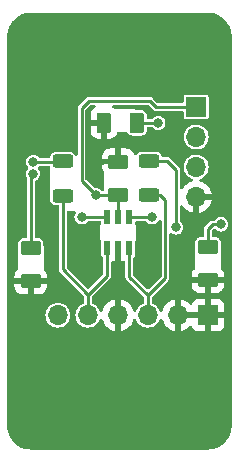
<source format=gbr>
%TF.GenerationSoftware,KiCad,Pcbnew,(6.0.0)*%
%TF.CreationDate,2022-01-16T12:51:45+01:00*%
%TF.ProjectId,HW_watchdog,48575f77-6174-4636-9864-6f672e6b6963,rev?*%
%TF.SameCoordinates,Original*%
%TF.FileFunction,Copper,L1,Top*%
%TF.FilePolarity,Positive*%
%FSLAX46Y46*%
G04 Gerber Fmt 4.6, Leading zero omitted, Abs format (unit mm)*
G04 Created by KiCad (PCBNEW (6.0.0)) date 2022-01-16 12:51:45*
%MOMM*%
%LPD*%
G01*
G04 APERTURE LIST*
G04 Aperture macros list*
%AMRoundRect*
0 Rectangle with rounded corners*
0 $1 Rounding radius*
0 $2 $3 $4 $5 $6 $7 $8 $9 X,Y pos of 4 corners*
0 Add a 4 corners polygon primitive as box body*
4,1,4,$2,$3,$4,$5,$6,$7,$8,$9,$2,$3,0*
0 Add four circle primitives for the rounded corners*
1,1,$1+$1,$2,$3*
1,1,$1+$1,$4,$5*
1,1,$1+$1,$6,$7*
1,1,$1+$1,$8,$9*
0 Add four rect primitives between the rounded corners*
20,1,$1+$1,$2,$3,$4,$5,0*
20,1,$1+$1,$4,$5,$6,$7,0*
20,1,$1+$1,$6,$7,$8,$9,0*
20,1,$1+$1,$8,$9,$2,$3,0*%
G04 Aperture macros list end*
%TA.AperFunction,SMDPad,CuDef*%
%ADD10RoundRect,0.250000X0.625000X-0.375000X0.625000X0.375000X-0.625000X0.375000X-0.625000X-0.375000X0*%
%TD*%
%TA.AperFunction,SMDPad,CuDef*%
%ADD11RoundRect,0.250000X0.625000X-0.312500X0.625000X0.312500X-0.625000X0.312500X-0.625000X-0.312500X0*%
%TD*%
%TA.AperFunction,SMDPad,CuDef*%
%ADD12R,0.558800X1.270000*%
%TD*%
%TA.AperFunction,ComponentPad*%
%ADD13R,1.700000X1.700000*%
%TD*%
%TA.AperFunction,ComponentPad*%
%ADD14O,1.700000X1.700000*%
%TD*%
%TA.AperFunction,SMDPad,CuDef*%
%ADD15RoundRect,0.250000X-0.375000X-0.625000X0.375000X-0.625000X0.375000X0.625000X-0.375000X0.625000X0*%
%TD*%
%TA.AperFunction,ViaPad*%
%ADD16C,0.800000*%
%TD*%
%TA.AperFunction,Conductor*%
%ADD17C,0.250000*%
%TD*%
G04 APERTURE END LIST*
D10*
%TO.P,D2,1,K*%
%TO.N,GND*%
X124000000Y-132737500D03*
%TO.P,D2,2,A*%
%TO.N,Net-(D2-Pad2)*%
X124000000Y-129937500D03*
%TD*%
D11*
%TO.P,R2,1*%
%TO.N,/IN1*%
X126700000Y-125500000D03*
%TO.P,R2,2*%
%TO.N,Net-(Q1-Pad1)*%
X126700000Y-122575000D03*
%TD*%
%TO.P,R3,1*%
%TO.N,/IN2*%
X134000000Y-125462500D03*
%TO.P,R3,2*%
%TO.N,Net-(Q2-Pad1)*%
X134000000Y-122537500D03*
%TD*%
D12*
%TO.P,U1,1,PB0*%
%TO.N,/IN1*%
X130460200Y-129932900D03*
%TO.P,U1,2,GND*%
%TO.N,GND*%
X131400000Y-129932900D03*
%TO.P,U1,3,PB1*%
%TO.N,/IN2*%
X132339800Y-129932900D03*
%TO.P,U1,4,PB2*%
%TO.N,/OUT1*%
X132339800Y-127342100D03*
%TO.P,U1,5,VCC*%
%TO.N,/VCC*%
X131400000Y-127342100D03*
%TO.P,U1,6,PB3*%
%TO.N,/OUT2*%
X130460200Y-127342100D03*
%TD*%
D13*
%TO.P,J1,1,Pin_1*%
%TO.N,GND*%
X139000000Y-135625000D03*
D14*
%TO.P,J1,2,Pin_2*%
X136460000Y-135625000D03*
%TO.P,J1,3,Pin_3*%
%TO.N,/IN2*%
X133920000Y-135625000D03*
%TO.P,J1,4,Pin_4*%
%TO.N,GND*%
X131380000Y-135625000D03*
%TO.P,J1,5,Pin_5*%
%TO.N,/IN1*%
X128840000Y-135625000D03*
%TO.P,J1,6,Pin_6*%
%TO.N,/VCC*%
X126300000Y-135625000D03*
%TD*%
D10*
%TO.P,D3,1,K*%
%TO.N,GND*%
X139000000Y-132637500D03*
%TO.P,D3,2,A*%
%TO.N,Net-(D3-Pad2)*%
X139000000Y-129837500D03*
%TD*%
D15*
%TO.P,D1,1,K*%
%TO.N,GND*%
X130200000Y-119337500D03*
%TO.P,D1,2,A*%
%TO.N,Net-(D1-Pad2)*%
X133000000Y-119337500D03*
%TD*%
D10*
%TO.P,C1,1*%
%TO.N,/VCC*%
X131400000Y-125437500D03*
%TO.P,C1,2*%
%TO.N,GND*%
X131400000Y-122637500D03*
%TD*%
D13*
%TO.P,J2,1,Pin_1*%
%TO.N,/VCC*%
X138000000Y-118000000D03*
D14*
%TO.P,J2,2,Pin_2*%
%TO.N,/OUT1*%
X138000000Y-120540000D03*
%TO.P,J2,3,Pin_3*%
%TO.N,/OUT2*%
X138000000Y-123080000D03*
%TO.P,J2,4,Pin_4*%
%TO.N,GND*%
X138000000Y-125620000D03*
%TD*%
D16*
%TO.N,GND*%
X128100000Y-129600000D03*
X131400000Y-133237500D03*
X134000000Y-128800000D03*
X133700000Y-121100000D03*
%TO.N,Net-(D1-Pad2)*%
X134800000Y-119337500D03*
%TO.N,Net-(D2-Pad2)*%
X124200000Y-123637500D03*
%TO.N,Net-(D3-Pad2)*%
X140100000Y-127937500D03*
%TO.N,Net-(Q1-Pad1)*%
X124200000Y-122637500D03*
%TO.N,Net-(Q2-Pad1)*%
X136300000Y-128200000D03*
%TO.N,/VCC*%
X129500000Y-125437500D03*
%TO.N,/OUT1*%
X134295400Y-127342100D03*
%TO.N,/OUT2*%
X128304600Y-127342100D03*
%TD*%
D17*
%TO.N,/VCC*%
X134600000Y-118000000D02*
X138000000Y-118000000D01*
X128900000Y-117500000D02*
X134100000Y-117500000D01*
X128300000Y-124237500D02*
X128300000Y-118100000D01*
X129500000Y-125437500D02*
X128300000Y-124237500D01*
X128300000Y-118100000D02*
X128900000Y-117500000D01*
X134100000Y-117500000D02*
X134600000Y-118000000D01*
%TO.N,Net-(D1-Pad2)*%
X134800000Y-119337500D02*
X133000000Y-119337500D01*
%TO.N,Net-(D2-Pad2)*%
X124000000Y-129937500D02*
X124000000Y-123837500D01*
X124000000Y-123837500D02*
X124200000Y-123637500D01*
%TO.N,Net-(D3-Pad2)*%
X139400000Y-127937500D02*
X140100000Y-127937500D01*
X139000000Y-129837500D02*
X139000000Y-128337500D01*
X139000000Y-128337500D02*
X139400000Y-127937500D01*
%TO.N,Net-(Q1-Pad1)*%
X126637500Y-122637500D02*
X126700000Y-122575000D01*
X124200000Y-122637500D02*
X126637500Y-122637500D01*
%TO.N,Net-(Q2-Pad1)*%
X136300000Y-123300000D02*
X135537500Y-122537500D01*
X135537500Y-122537500D02*
X134000000Y-122537500D01*
X136300000Y-128200000D02*
X136300000Y-123300000D01*
%TO.N,/VCC*%
X131400000Y-127342100D02*
X131400000Y-125437500D01*
X129500000Y-125437500D02*
X131400000Y-125437500D01*
%TO.N,/IN1*%
X126700000Y-131757500D02*
X126700000Y-125500000D01*
X128840000Y-135625000D02*
X128840000Y-133897500D01*
X130460200Y-132277300D02*
X130460200Y-129932900D01*
X128840000Y-133897500D02*
X126700000Y-131757500D01*
X128840000Y-133897500D02*
X130460200Y-132277300D01*
%TO.N,/IN2*%
X132339800Y-132377300D02*
X132339800Y-129932900D01*
X135400000Y-125900000D02*
X135400000Y-132477500D01*
X135400000Y-132477500D02*
X133920000Y-133957500D01*
X133920000Y-135625000D02*
X133920000Y-133957500D01*
X134962500Y-125462500D02*
X135400000Y-125900000D01*
X134000000Y-125462500D02*
X134962500Y-125462500D01*
X133920000Y-133957500D02*
X132339800Y-132377300D01*
%TO.N,/OUT1*%
X132339800Y-127342100D02*
X134295400Y-127342100D01*
%TO.N,/OUT2*%
X130460200Y-127342100D02*
X128304600Y-127342100D01*
%TD*%
%TA.AperFunction,Conductor*%
%TO.N,GND*%
G36*
X139004114Y-110000770D02*
G01*
X139083283Y-110005959D01*
X139084031Y-110006010D01*
X139261445Y-110018699D01*
X139277038Y-110020799D01*
X139388302Y-110042931D01*
X139390503Y-110043389D01*
X139530117Y-110073760D01*
X139543836Y-110077568D01*
X139657624Y-110116194D01*
X139661155Y-110117451D01*
X139788711Y-110165027D01*
X139800406Y-110170077D01*
X139910592Y-110224414D01*
X139915249Y-110226832D01*
X140032405Y-110290804D01*
X140042021Y-110296627D01*
X140145219Y-110365581D01*
X140150689Y-110369450D01*
X140256656Y-110448776D01*
X140264223Y-110454912D01*
X140357935Y-110537095D01*
X140363953Y-110542732D01*
X140457268Y-110636047D01*
X140462905Y-110642065D01*
X140545088Y-110735777D01*
X140551220Y-110743339D01*
X140630550Y-110849311D01*
X140634419Y-110854781D01*
X140703373Y-110957979D01*
X140709196Y-110967595D01*
X140773168Y-111084751D01*
X140775586Y-111089408D01*
X140829923Y-111199594D01*
X140834973Y-111211289D01*
X140882549Y-111338845D01*
X140883806Y-111342376D01*
X140922432Y-111456164D01*
X140926240Y-111469883D01*
X140956611Y-111609497D01*
X140957069Y-111611698D01*
X140979201Y-111722962D01*
X140981301Y-111738555D01*
X140993990Y-111915969D01*
X140994041Y-111916717D01*
X140999230Y-111995886D01*
X140999500Y-112004127D01*
X140999500Y-144995873D01*
X140999230Y-145004114D01*
X140994041Y-145083283D01*
X140993990Y-145084031D01*
X140981301Y-145261445D01*
X140979201Y-145277038D01*
X140957069Y-145388302D01*
X140956611Y-145390503D01*
X140926240Y-145530117D01*
X140922432Y-145543836D01*
X140883806Y-145657624D01*
X140882549Y-145661155D01*
X140834973Y-145788711D01*
X140829923Y-145800406D01*
X140775586Y-145910592D01*
X140773168Y-145915249D01*
X140709196Y-146032405D01*
X140703373Y-146042021D01*
X140634419Y-146145219D01*
X140630550Y-146150689D01*
X140551224Y-146256656D01*
X140545088Y-146264223D01*
X140462905Y-146357935D01*
X140457268Y-146363953D01*
X140363953Y-146457268D01*
X140357935Y-146462905D01*
X140264223Y-146545088D01*
X140256661Y-146551220D01*
X140150689Y-146630550D01*
X140145219Y-146634419D01*
X140042021Y-146703373D01*
X140032405Y-146709196D01*
X139915249Y-146773168D01*
X139910592Y-146775586D01*
X139800406Y-146829923D01*
X139788711Y-146834973D01*
X139661155Y-146882549D01*
X139657624Y-146883806D01*
X139543836Y-146922432D01*
X139530117Y-146926240D01*
X139390503Y-146956611D01*
X139388302Y-146957069D01*
X139277038Y-146979201D01*
X139261445Y-146981301D01*
X139084031Y-146993990D01*
X139083283Y-146994041D01*
X139004114Y-146999230D01*
X138995873Y-146999500D01*
X124004127Y-146999500D01*
X123995886Y-146999230D01*
X123916717Y-146994041D01*
X123915969Y-146993990D01*
X123738555Y-146981301D01*
X123722962Y-146979201D01*
X123611698Y-146957069D01*
X123609497Y-146956611D01*
X123469883Y-146926240D01*
X123456164Y-146922432D01*
X123342376Y-146883806D01*
X123338845Y-146882549D01*
X123211289Y-146834973D01*
X123199594Y-146829923D01*
X123089408Y-146775586D01*
X123084751Y-146773168D01*
X122967595Y-146709196D01*
X122957979Y-146703373D01*
X122854781Y-146634419D01*
X122849311Y-146630550D01*
X122743339Y-146551220D01*
X122735777Y-146545088D01*
X122642065Y-146462905D01*
X122636047Y-146457268D01*
X122542732Y-146363953D01*
X122537095Y-146357935D01*
X122454912Y-146264223D01*
X122448776Y-146256656D01*
X122369450Y-146150689D01*
X122365581Y-146145219D01*
X122296627Y-146042021D01*
X122290804Y-146032405D01*
X122226832Y-145915249D01*
X122224414Y-145910592D01*
X122170077Y-145800406D01*
X122165027Y-145788711D01*
X122117451Y-145661155D01*
X122116194Y-145657624D01*
X122077568Y-145543836D01*
X122073760Y-145530117D01*
X122043389Y-145390503D01*
X122042931Y-145388302D01*
X122020799Y-145277038D01*
X122018699Y-145261445D01*
X122006010Y-145084031D01*
X122005959Y-145083283D01*
X122000770Y-145004114D01*
X122000500Y-144995873D01*
X122000500Y-135610262D01*
X125244520Y-135610262D01*
X125261759Y-135815553D01*
X125263458Y-135821478D01*
X125309395Y-135981678D01*
X125318544Y-136013586D01*
X125321359Y-136019063D01*
X125321360Y-136019066D01*
X125409897Y-136191341D01*
X125412712Y-136196818D01*
X125540677Y-136358270D01*
X125545370Y-136362264D01*
X125545371Y-136362265D01*
X125619541Y-136425388D01*
X125697564Y-136491791D01*
X125702942Y-136494797D01*
X125702944Y-136494798D01*
X125733387Y-136511812D01*
X125877398Y-136592297D01*
X125972238Y-136623113D01*
X126067471Y-136654056D01*
X126067475Y-136654057D01*
X126073329Y-136655959D01*
X126277894Y-136680351D01*
X126284029Y-136679879D01*
X126284031Y-136679879D01*
X126340039Y-136675569D01*
X126483300Y-136664546D01*
X126489230Y-136662890D01*
X126489232Y-136662890D01*
X126675797Y-136610800D01*
X126675796Y-136610800D01*
X126681725Y-136609145D01*
X126687214Y-136606372D01*
X126687220Y-136606370D01*
X126860116Y-136519033D01*
X126865610Y-136516258D01*
X126881345Y-136503965D01*
X127023101Y-136393213D01*
X127027951Y-136389424D01*
X127085992Y-136322183D01*
X127158540Y-136238134D01*
X127158540Y-136238133D01*
X127162564Y-136233472D01*
X127183387Y-136196818D01*
X127201056Y-136165714D01*
X127264323Y-136054344D01*
X127329351Y-135858863D01*
X127355171Y-135654474D01*
X127355583Y-135625000D01*
X127335480Y-135419970D01*
X127275935Y-135222749D01*
X127179218Y-135040849D01*
X127103206Y-134947649D01*
X127052906Y-134885975D01*
X127052903Y-134885972D01*
X127049011Y-134881200D01*
X127031786Y-134866950D01*
X126895025Y-134753811D01*
X126895021Y-134753809D01*
X126890275Y-134749882D01*
X126709055Y-134651897D01*
X126512254Y-134590977D01*
X126506129Y-134590333D01*
X126506128Y-134590333D01*
X126313498Y-134570087D01*
X126313496Y-134570087D01*
X126307369Y-134569443D01*
X126220529Y-134577346D01*
X126108342Y-134587555D01*
X126108339Y-134587556D01*
X126102203Y-134588114D01*
X125904572Y-134646280D01*
X125722002Y-134741726D01*
X125717201Y-134745586D01*
X125717198Y-134745588D01*
X125684688Y-134771727D01*
X125561447Y-134870815D01*
X125429024Y-135028630D01*
X125426056Y-135034028D01*
X125426053Y-135034033D01*
X125419315Y-135046290D01*
X125329776Y-135209162D01*
X125267484Y-135405532D01*
X125266798Y-135411649D01*
X125266797Y-135411653D01*
X125245207Y-135604137D01*
X125244520Y-135610262D01*
X122000500Y-135610262D01*
X122000500Y-133159595D01*
X122617001Y-133159595D01*
X122617338Y-133166114D01*
X122627257Y-133261706D01*
X122630149Y-133275100D01*
X122681588Y-133429284D01*
X122687761Y-133442462D01*
X122773063Y-133580307D01*
X122782099Y-133591708D01*
X122896829Y-133706239D01*
X122908240Y-133715251D01*
X123046243Y-133800316D01*
X123059424Y-133806463D01*
X123213710Y-133857638D01*
X123227086Y-133860505D01*
X123321438Y-133870172D01*
X123327854Y-133870500D01*
X123727885Y-133870500D01*
X123743124Y-133866025D01*
X123744329Y-133864635D01*
X123746000Y-133856952D01*
X123746000Y-133852384D01*
X124254000Y-133852384D01*
X124258475Y-133867623D01*
X124259865Y-133868828D01*
X124267548Y-133870499D01*
X124672095Y-133870499D01*
X124678614Y-133870162D01*
X124774206Y-133860243D01*
X124787600Y-133857351D01*
X124941784Y-133805912D01*
X124954962Y-133799739D01*
X125092807Y-133714437D01*
X125104208Y-133705401D01*
X125218739Y-133590671D01*
X125227751Y-133579260D01*
X125312816Y-133441257D01*
X125318963Y-133428076D01*
X125370138Y-133273790D01*
X125373005Y-133260414D01*
X125382672Y-133166062D01*
X125383000Y-133159646D01*
X125383000Y-133009615D01*
X125378525Y-132994376D01*
X125377135Y-132993171D01*
X125369452Y-132991500D01*
X124272115Y-132991500D01*
X124256876Y-132995975D01*
X124255671Y-132997365D01*
X124254000Y-133005048D01*
X124254000Y-133852384D01*
X123746000Y-133852384D01*
X123746000Y-133009615D01*
X123741525Y-132994376D01*
X123740135Y-132993171D01*
X123732452Y-132991500D01*
X122635116Y-132991500D01*
X122619877Y-132995975D01*
X122618672Y-132997365D01*
X122617001Y-133005048D01*
X122617001Y-133159595D01*
X122000500Y-133159595D01*
X122000500Y-132465385D01*
X122617000Y-132465385D01*
X122621475Y-132480624D01*
X122622865Y-132481829D01*
X122630548Y-132483500D01*
X125364884Y-132483500D01*
X125380123Y-132479025D01*
X125381328Y-132477635D01*
X125382999Y-132469952D01*
X125382999Y-132315405D01*
X125382662Y-132308886D01*
X125372743Y-132213294D01*
X125369851Y-132199900D01*
X125318412Y-132045716D01*
X125312239Y-132032538D01*
X125226937Y-131894693D01*
X125217901Y-131883292D01*
X125136982Y-131802514D01*
X125102903Y-131740232D01*
X125100000Y-131713341D01*
X125100000Y-129800000D01*
X125094681Y-129800000D01*
X125086777Y-129773082D01*
X125080602Y-129763472D01*
X125075500Y-129727981D01*
X125075500Y-129508666D01*
X125072519Y-129477131D01*
X125027634Y-129349316D01*
X125022042Y-129341746D01*
X125022041Y-129341743D01*
X124952742Y-129247921D01*
X124947150Y-129240350D01*
X124930206Y-129227835D01*
X124845757Y-129165459D01*
X124845754Y-129165458D01*
X124838184Y-129159866D01*
X124710369Y-129114981D01*
X124702723Y-129114258D01*
X124702722Y-129114258D01*
X124696752Y-129113694D01*
X124678834Y-129112000D01*
X124451500Y-129112000D01*
X124383379Y-129091998D01*
X124336886Y-129038342D01*
X124325500Y-128986000D01*
X124325500Y-124319684D01*
X124345502Y-124251563D01*
X124403282Y-124203275D01*
X124435548Y-124189910D01*
X124502841Y-124162036D01*
X124628282Y-124065782D01*
X124724536Y-123940341D01*
X124785044Y-123794262D01*
X124805682Y-123637500D01*
X124788810Y-123509344D01*
X124786122Y-123488926D01*
X124785044Y-123480738D01*
X124724536Y-123334659D01*
X124632108Y-123214204D01*
X124606508Y-123147983D01*
X124620773Y-123078435D01*
X124632108Y-123060797D01*
X124669323Y-123012297D01*
X124726661Y-122970429D01*
X124769286Y-122963000D01*
X125474000Y-122963000D01*
X125542121Y-122983002D01*
X125588614Y-123036658D01*
X125600000Y-123089000D01*
X125600000Y-125900000D01*
X125607793Y-125900000D01*
X125611882Y-125903543D01*
X125648251Y-125957018D01*
X125669242Y-126016792D01*
X125669246Y-126016800D01*
X125672366Y-126025684D01*
X125752850Y-126134650D01*
X125760421Y-126140242D01*
X125854243Y-126209541D01*
X125854246Y-126209542D01*
X125861816Y-126215134D01*
X125989631Y-126260019D01*
X125997277Y-126260742D01*
X125997278Y-126260742D01*
X126003248Y-126261306D01*
X126021166Y-126263000D01*
X126248500Y-126263000D01*
X126316621Y-126283002D01*
X126363114Y-126336658D01*
X126374500Y-126389000D01*
X126374500Y-131737790D01*
X126374020Y-131748772D01*
X126370736Y-131786307D01*
X126375015Y-131802275D01*
X126380491Y-131822710D01*
X126382870Y-131833442D01*
X126389412Y-131870545D01*
X126394923Y-131880090D01*
X126396115Y-131883366D01*
X126397592Y-131886534D01*
X126400446Y-131897184D01*
X126406770Y-131906215D01*
X126422055Y-131928044D01*
X126427961Y-131937315D01*
X126433509Y-131946924D01*
X126446806Y-131969955D01*
X126455251Y-131977041D01*
X126475682Y-131994185D01*
X126483785Y-132001611D01*
X128477595Y-133995421D01*
X128511621Y-134057733D01*
X128514500Y-134084516D01*
X128514500Y-134533688D01*
X128494498Y-134601809D01*
X128443436Y-134644107D01*
X128444572Y-134646280D01*
X128262002Y-134741726D01*
X128257201Y-134745586D01*
X128257198Y-134745588D01*
X128224688Y-134771727D01*
X128101447Y-134870815D01*
X127969024Y-135028630D01*
X127966056Y-135034028D01*
X127966053Y-135034033D01*
X127959315Y-135046290D01*
X127869776Y-135209162D01*
X127807484Y-135405532D01*
X127806798Y-135411649D01*
X127806797Y-135411653D01*
X127785207Y-135604137D01*
X127784520Y-135610262D01*
X127801759Y-135815553D01*
X127803458Y-135821478D01*
X127849395Y-135981678D01*
X127858544Y-136013586D01*
X127861359Y-136019063D01*
X127861360Y-136019066D01*
X127949897Y-136191341D01*
X127952712Y-136196818D01*
X128080677Y-136358270D01*
X128085370Y-136362264D01*
X128085371Y-136362265D01*
X128159541Y-136425388D01*
X128237564Y-136491791D01*
X128242942Y-136494797D01*
X128242944Y-136494798D01*
X128273387Y-136511812D01*
X128417398Y-136592297D01*
X128512238Y-136623113D01*
X128607471Y-136654056D01*
X128607475Y-136654057D01*
X128613329Y-136655959D01*
X128817894Y-136680351D01*
X128824029Y-136679879D01*
X128824031Y-136679879D01*
X128880039Y-136675569D01*
X129023300Y-136664546D01*
X129029230Y-136662890D01*
X129029232Y-136662890D01*
X129215797Y-136610800D01*
X129215796Y-136610800D01*
X129221725Y-136609145D01*
X129227214Y-136606372D01*
X129227220Y-136606370D01*
X129400116Y-136519033D01*
X129405610Y-136516258D01*
X129421345Y-136503965D01*
X129563101Y-136393213D01*
X129567951Y-136389424D01*
X129625992Y-136322183D01*
X129698540Y-136238134D01*
X129698540Y-136238133D01*
X129702564Y-136233472D01*
X129723387Y-136196818D01*
X129741056Y-136165714D01*
X129804323Y-136054344D01*
X129813271Y-136027444D01*
X129828496Y-135981678D01*
X129868978Y-135923354D01*
X129934566Y-135896175D01*
X130004437Y-135908770D01*
X130056406Y-135957141D01*
X130070971Y-135993751D01*
X130078564Y-136027444D01*
X130081645Y-136037275D01*
X130161770Y-136234603D01*
X130166413Y-136243794D01*
X130277694Y-136425388D01*
X130283777Y-136433699D01*
X130423213Y-136594667D01*
X130430580Y-136601883D01*
X130594434Y-136737916D01*
X130602881Y-136743831D01*
X130786756Y-136851279D01*
X130796042Y-136855729D01*
X130995001Y-136931703D01*
X131004899Y-136934579D01*
X131108250Y-136955606D01*
X131122299Y-136954410D01*
X131126000Y-136944065D01*
X131126000Y-134308102D01*
X131122082Y-134294758D01*
X131107806Y-134292771D01*
X131069324Y-134298660D01*
X131059288Y-134301051D01*
X130856868Y-134367212D01*
X130847359Y-134371209D01*
X130658463Y-134469542D01*
X130649738Y-134475036D01*
X130479433Y-134602905D01*
X130471726Y-134609748D01*
X130324590Y-134763717D01*
X130318104Y-134771727D01*
X130198098Y-134947649D01*
X130193000Y-134956623D01*
X130103338Y-135149783D01*
X130099775Y-135159470D01*
X130071012Y-135263185D01*
X130033533Y-135323483D01*
X129969405Y-135353946D01*
X129898986Y-135344903D01*
X129844636Y-135299224D01*
X129828973Y-135265933D01*
X129828143Y-135263185D01*
X129815935Y-135222749D01*
X129719218Y-135040849D01*
X129643206Y-134947649D01*
X129592906Y-134885975D01*
X129592903Y-134885972D01*
X129589011Y-134881200D01*
X129571786Y-134866950D01*
X129435025Y-134753811D01*
X129435021Y-134753809D01*
X129430275Y-134749882D01*
X129249055Y-134651897D01*
X129243167Y-134650074D01*
X129242676Y-134649868D01*
X129187628Y-134605033D01*
X129165500Y-134533712D01*
X129165500Y-134084516D01*
X129185502Y-134016395D01*
X129202405Y-133995421D01*
X130676415Y-132521411D01*
X130684519Y-132513984D01*
X130704949Y-132496841D01*
X130713394Y-132489755D01*
X130724827Y-132469952D01*
X130732239Y-132457115D01*
X130738145Y-132447844D01*
X130753430Y-132426015D01*
X130759754Y-132416984D01*
X130762608Y-132406334D01*
X130764085Y-132403166D01*
X130765277Y-132399890D01*
X130770788Y-132390345D01*
X130777330Y-132353242D01*
X130779709Y-132342510D01*
X130789464Y-132306107D01*
X130788098Y-132290484D01*
X130786179Y-132268557D01*
X130785700Y-132257576D01*
X130785700Y-131166717D01*
X130805702Y-131098596D01*
X130859358Y-131052103D01*
X130929632Y-131041999D01*
X130955929Y-131048735D01*
X131002991Y-131066378D01*
X131018249Y-131070005D01*
X131069114Y-131075531D01*
X131075928Y-131075900D01*
X131127885Y-131075900D01*
X131143124Y-131071425D01*
X131144329Y-131070035D01*
X131146000Y-131062352D01*
X131146000Y-129804900D01*
X131166002Y-129736779D01*
X131219658Y-129690286D01*
X131272000Y-129678900D01*
X131528000Y-129678900D01*
X131596121Y-129698902D01*
X131642614Y-129752558D01*
X131654000Y-129804900D01*
X131654000Y-131057784D01*
X131658475Y-131073023D01*
X131659865Y-131074228D01*
X131667548Y-131075899D01*
X131724069Y-131075899D01*
X131730890Y-131075529D01*
X131781752Y-131070005D01*
X131797007Y-131066378D01*
X131844071Y-131048735D01*
X131914878Y-131043552D01*
X131977247Y-131077473D01*
X132011376Y-131139729D01*
X132014300Y-131166717D01*
X132014300Y-132357590D01*
X132013820Y-132368572D01*
X132012766Y-132380624D01*
X132010536Y-132406107D01*
X132013390Y-132416756D01*
X132020291Y-132442510D01*
X132022670Y-132453242D01*
X132029212Y-132490345D01*
X132034723Y-132499890D01*
X132035915Y-132503166D01*
X132037392Y-132506334D01*
X132040246Y-132516984D01*
X132046570Y-132526015D01*
X132061855Y-132547844D01*
X132067761Y-132557115D01*
X132080796Y-132579691D01*
X132086606Y-132589755D01*
X132095051Y-132596841D01*
X132115482Y-132613985D01*
X132123585Y-132621411D01*
X133557595Y-134055422D01*
X133591621Y-134117734D01*
X133594500Y-134144517D01*
X133594500Y-134533688D01*
X133574498Y-134601809D01*
X133523436Y-134644107D01*
X133524572Y-134646280D01*
X133342002Y-134741726D01*
X133337201Y-134745586D01*
X133337198Y-134745588D01*
X133304688Y-134771727D01*
X133181447Y-134870815D01*
X133049024Y-135028630D01*
X133046056Y-135034028D01*
X133046053Y-135034033D01*
X133039315Y-135046290D01*
X132949776Y-135209162D01*
X132947914Y-135215032D01*
X132931068Y-135268138D01*
X132891405Y-135327022D01*
X132826202Y-135355114D01*
X132756163Y-135343497D01*
X132703523Y-135295857D01*
X132688762Y-135260735D01*
X132671214Y-135190875D01*
X132667894Y-135181124D01*
X132582972Y-134985814D01*
X132578105Y-134976739D01*
X132462426Y-134797926D01*
X132456136Y-134789757D01*
X132312806Y-134632240D01*
X132305273Y-134625215D01*
X132138139Y-134493222D01*
X132129552Y-134487517D01*
X131943117Y-134384599D01*
X131933705Y-134380369D01*
X131732959Y-134309280D01*
X131722988Y-134306646D01*
X131651837Y-134293972D01*
X131638540Y-134295432D01*
X131634000Y-134309989D01*
X131634000Y-136943517D01*
X131638064Y-136957359D01*
X131651478Y-136959393D01*
X131658184Y-136958534D01*
X131668262Y-136956392D01*
X131872255Y-136895191D01*
X131881842Y-136891433D01*
X132073095Y-136797739D01*
X132081945Y-136792464D01*
X132255328Y-136668792D01*
X132263200Y-136662139D01*
X132414052Y-136511812D01*
X132420730Y-136503965D01*
X132545003Y-136331020D01*
X132550313Y-136322183D01*
X132644670Y-136131267D01*
X132648469Y-136121672D01*
X132689593Y-135986319D01*
X132728534Y-135926955D01*
X132793388Y-135898068D01*
X132863564Y-135908830D01*
X132916782Y-135955823D01*
X132931270Y-135988217D01*
X132938544Y-136013586D01*
X132941359Y-136019063D01*
X132941360Y-136019066D01*
X133029897Y-136191341D01*
X133032712Y-136196818D01*
X133160677Y-136358270D01*
X133165370Y-136362264D01*
X133165371Y-136362265D01*
X133239541Y-136425388D01*
X133317564Y-136491791D01*
X133322942Y-136494797D01*
X133322944Y-136494798D01*
X133353387Y-136511812D01*
X133497398Y-136592297D01*
X133592238Y-136623113D01*
X133687471Y-136654056D01*
X133687475Y-136654057D01*
X133693329Y-136655959D01*
X133897894Y-136680351D01*
X133904029Y-136679879D01*
X133904031Y-136679879D01*
X133960039Y-136675569D01*
X134103300Y-136664546D01*
X134109230Y-136662890D01*
X134109232Y-136662890D01*
X134295797Y-136610800D01*
X134295796Y-136610800D01*
X134301725Y-136609145D01*
X134307214Y-136606372D01*
X134307220Y-136606370D01*
X134480116Y-136519033D01*
X134485610Y-136516258D01*
X134501345Y-136503965D01*
X134643101Y-136393213D01*
X134647951Y-136389424D01*
X134705992Y-136322183D01*
X134778540Y-136238134D01*
X134778540Y-136238133D01*
X134782564Y-136233472D01*
X134803387Y-136196818D01*
X134821056Y-136165714D01*
X134884323Y-136054344D01*
X134893271Y-136027444D01*
X134908496Y-135981678D01*
X134948978Y-135923354D01*
X135014566Y-135896175D01*
X135084437Y-135908770D01*
X135136406Y-135957141D01*
X135150971Y-135993751D01*
X135158564Y-136027444D01*
X135161645Y-136037275D01*
X135241770Y-136234603D01*
X135246413Y-136243794D01*
X135357694Y-136425388D01*
X135363777Y-136433699D01*
X135503213Y-136594667D01*
X135510580Y-136601883D01*
X135674434Y-136737916D01*
X135682881Y-136743831D01*
X135866756Y-136851279D01*
X135876042Y-136855729D01*
X136075001Y-136931703D01*
X136084899Y-136934579D01*
X136188250Y-136955606D01*
X136202299Y-136954410D01*
X136206000Y-136944065D01*
X136206000Y-136943517D01*
X136714000Y-136943517D01*
X136718064Y-136957359D01*
X136731478Y-136959393D01*
X136738184Y-136958534D01*
X136748262Y-136956392D01*
X136952255Y-136895191D01*
X136961842Y-136891433D01*
X137153095Y-136797739D01*
X137161945Y-136792464D01*
X137335328Y-136668792D01*
X137343200Y-136662139D01*
X137448286Y-136557418D01*
X137510657Y-136523501D01*
X137581464Y-136528689D01*
X137638226Y-136571335D01*
X137655208Y-136602439D01*
X137696675Y-136713052D01*
X137705214Y-136728649D01*
X137781715Y-136830724D01*
X137794276Y-136843285D01*
X137896351Y-136919786D01*
X137911946Y-136928324D01*
X138032394Y-136973478D01*
X138047649Y-136977105D01*
X138098514Y-136982631D01*
X138105328Y-136983000D01*
X138727885Y-136983000D01*
X138743124Y-136978525D01*
X138744329Y-136977135D01*
X138746000Y-136969452D01*
X138746000Y-136964884D01*
X139254000Y-136964884D01*
X139258475Y-136980123D01*
X139259865Y-136981328D01*
X139267548Y-136982999D01*
X139894669Y-136982999D01*
X139901490Y-136982629D01*
X139952352Y-136977105D01*
X139967604Y-136973479D01*
X140088054Y-136928324D01*
X140103649Y-136919786D01*
X140205724Y-136843285D01*
X140218285Y-136830724D01*
X140294786Y-136728649D01*
X140303324Y-136713054D01*
X140348478Y-136592606D01*
X140352105Y-136577351D01*
X140357631Y-136526486D01*
X140358000Y-136519672D01*
X140358000Y-135897115D01*
X140353525Y-135881876D01*
X140352135Y-135880671D01*
X140344452Y-135879000D01*
X139272115Y-135879000D01*
X139256876Y-135883475D01*
X139255671Y-135884865D01*
X139254000Y-135892548D01*
X139254000Y-136964884D01*
X138746000Y-136964884D01*
X138746000Y-135897115D01*
X138741525Y-135881876D01*
X138740135Y-135880671D01*
X138732452Y-135879000D01*
X136732115Y-135879000D01*
X136716876Y-135883475D01*
X136715671Y-135884865D01*
X136714000Y-135892548D01*
X136714000Y-136943517D01*
X136206000Y-136943517D01*
X136206000Y-135352885D01*
X136714000Y-135352885D01*
X136718475Y-135368124D01*
X136719865Y-135369329D01*
X136727548Y-135371000D01*
X138727885Y-135371000D01*
X138743124Y-135366525D01*
X138744329Y-135365135D01*
X138746000Y-135357452D01*
X138746000Y-135352885D01*
X139254000Y-135352885D01*
X139258475Y-135368124D01*
X139259865Y-135369329D01*
X139267548Y-135371000D01*
X140339884Y-135371000D01*
X140355123Y-135366525D01*
X140356328Y-135365135D01*
X140357999Y-135357452D01*
X140357999Y-134730331D01*
X140357629Y-134723510D01*
X140352105Y-134672648D01*
X140348479Y-134657396D01*
X140303324Y-134536946D01*
X140294786Y-134521351D01*
X140218285Y-134419276D01*
X140205724Y-134406715D01*
X140103649Y-134330214D01*
X140088054Y-134321676D01*
X139967606Y-134276522D01*
X139952351Y-134272895D01*
X139901486Y-134267369D01*
X139894672Y-134267000D01*
X139272115Y-134267000D01*
X139256876Y-134271475D01*
X139255671Y-134272865D01*
X139254000Y-134280548D01*
X139254000Y-135352885D01*
X138746000Y-135352885D01*
X138746000Y-134285116D01*
X138741525Y-134269877D01*
X138740135Y-134268672D01*
X138732452Y-134267001D01*
X138105331Y-134267001D01*
X138098510Y-134267371D01*
X138047648Y-134272895D01*
X138032396Y-134276521D01*
X137911946Y-134321676D01*
X137896351Y-134330214D01*
X137794276Y-134406715D01*
X137781715Y-134419276D01*
X137705214Y-134521351D01*
X137696676Y-134536946D01*
X137655100Y-134647849D01*
X137612458Y-134704613D01*
X137545897Y-134729313D01*
X137476548Y-134714105D01*
X137443925Y-134688419D01*
X137392806Y-134632240D01*
X137385273Y-134625215D01*
X137218139Y-134493222D01*
X137209552Y-134487517D01*
X137023117Y-134384599D01*
X137013705Y-134380369D01*
X136812959Y-134309280D01*
X136802988Y-134306646D01*
X136731837Y-134293972D01*
X136718540Y-134295432D01*
X136714000Y-134309989D01*
X136714000Y-135352885D01*
X136206000Y-135352885D01*
X136206000Y-134308102D01*
X136202082Y-134294758D01*
X136187806Y-134292771D01*
X136149324Y-134298660D01*
X136139288Y-134301051D01*
X135936868Y-134367212D01*
X135927359Y-134371209D01*
X135738463Y-134469542D01*
X135729738Y-134475036D01*
X135559433Y-134602905D01*
X135551726Y-134609748D01*
X135404590Y-134763717D01*
X135398104Y-134771727D01*
X135278098Y-134947649D01*
X135273000Y-134956623D01*
X135183338Y-135149783D01*
X135179775Y-135159470D01*
X135151012Y-135263185D01*
X135113533Y-135323483D01*
X135049405Y-135353946D01*
X134978986Y-135344903D01*
X134924636Y-135299224D01*
X134908973Y-135265933D01*
X134908143Y-135263185D01*
X134895935Y-135222749D01*
X134799218Y-135040849D01*
X134723206Y-134947649D01*
X134672906Y-134885975D01*
X134672903Y-134885972D01*
X134669011Y-134881200D01*
X134651786Y-134866950D01*
X134515025Y-134753811D01*
X134515021Y-134753809D01*
X134510275Y-134749882D01*
X134329055Y-134651897D01*
X134323167Y-134650074D01*
X134322676Y-134649868D01*
X134267628Y-134605033D01*
X134245500Y-134533712D01*
X134245500Y-134144516D01*
X134265502Y-134076395D01*
X134282405Y-134055421D01*
X135278231Y-133059595D01*
X137617001Y-133059595D01*
X137617338Y-133066114D01*
X137627257Y-133161706D01*
X137630149Y-133175100D01*
X137681588Y-133329284D01*
X137687761Y-133342462D01*
X137773063Y-133480307D01*
X137782099Y-133491708D01*
X137896829Y-133606239D01*
X137908240Y-133615251D01*
X138046243Y-133700316D01*
X138059424Y-133706463D01*
X138213710Y-133757638D01*
X138227086Y-133760505D01*
X138321438Y-133770172D01*
X138327854Y-133770500D01*
X138727885Y-133770500D01*
X138743124Y-133766025D01*
X138744329Y-133764635D01*
X138746000Y-133756952D01*
X138746000Y-133752384D01*
X139254000Y-133752384D01*
X139258475Y-133767623D01*
X139259865Y-133768828D01*
X139267548Y-133770499D01*
X139672095Y-133770499D01*
X139678614Y-133770162D01*
X139774206Y-133760243D01*
X139787600Y-133757351D01*
X139941784Y-133705912D01*
X139954962Y-133699739D01*
X140092807Y-133614437D01*
X140104208Y-133605401D01*
X140218739Y-133490671D01*
X140227751Y-133479260D01*
X140312816Y-133341257D01*
X140318963Y-133328076D01*
X140370138Y-133173790D01*
X140373005Y-133160414D01*
X140382672Y-133066062D01*
X140383000Y-133059646D01*
X140383000Y-132909615D01*
X140378525Y-132894376D01*
X140377135Y-132893171D01*
X140369452Y-132891500D01*
X139272115Y-132891500D01*
X139256876Y-132895975D01*
X139255671Y-132897365D01*
X139254000Y-132905048D01*
X139254000Y-133752384D01*
X138746000Y-133752384D01*
X138746000Y-132909615D01*
X138741525Y-132894376D01*
X138740135Y-132893171D01*
X138732452Y-132891500D01*
X137635116Y-132891500D01*
X137619877Y-132895975D01*
X137618672Y-132897365D01*
X137617001Y-132905048D01*
X137617001Y-133059595D01*
X135278231Y-133059595D01*
X135616215Y-132721611D01*
X135624319Y-132714184D01*
X135644749Y-132697041D01*
X135653194Y-132689955D01*
X135658707Y-132680406D01*
X135672039Y-132657315D01*
X135677945Y-132648044D01*
X135693230Y-132626215D01*
X135699554Y-132617184D01*
X135702408Y-132606534D01*
X135703885Y-132603366D01*
X135705077Y-132600090D01*
X135710588Y-132590545D01*
X135717130Y-132553442D01*
X135719509Y-132542710D01*
X135723983Y-132526015D01*
X135729264Y-132506307D01*
X135727868Y-132490345D01*
X135725980Y-132468772D01*
X135725500Y-132457790D01*
X135725500Y-132365385D01*
X137617000Y-132365385D01*
X137621475Y-132380624D01*
X137622865Y-132381829D01*
X137630548Y-132383500D01*
X140364884Y-132383500D01*
X140380123Y-132379025D01*
X140381328Y-132377635D01*
X140382999Y-132369952D01*
X140382999Y-132215405D01*
X140382662Y-132208886D01*
X140372743Y-132113294D01*
X140369851Y-132099900D01*
X140318412Y-131945716D01*
X140312239Y-131932538D01*
X140226937Y-131794693D01*
X140217901Y-131783292D01*
X140136982Y-131702514D01*
X140102903Y-131640232D01*
X140100000Y-131613341D01*
X140100000Y-130000000D01*
X140094681Y-130000000D01*
X140086777Y-129973082D01*
X140080602Y-129963472D01*
X140075500Y-129927981D01*
X140075500Y-129408666D01*
X140072519Y-129377131D01*
X140027634Y-129249316D01*
X140022042Y-129241746D01*
X140022041Y-129241743D01*
X139952742Y-129147921D01*
X139947150Y-129140350D01*
X139912803Y-129114981D01*
X139845757Y-129065459D01*
X139845754Y-129065458D01*
X139838184Y-129059866D01*
X139710369Y-129014981D01*
X139702723Y-129014258D01*
X139702722Y-129014258D01*
X139696752Y-129013694D01*
X139678834Y-129012000D01*
X139451500Y-129012000D01*
X139383379Y-128991998D01*
X139336886Y-128938342D01*
X139325500Y-128886000D01*
X139325500Y-128524517D01*
X139345502Y-128456396D01*
X139362405Y-128435422D01*
X139466064Y-128331763D01*
X139528376Y-128297737D01*
X139599191Y-128302802D01*
X139655121Y-128344153D01*
X139666694Y-128359235D01*
X139671718Y-128365782D01*
X139797159Y-128462036D01*
X139943238Y-128522544D01*
X139951426Y-128523622D01*
X140021619Y-128532863D01*
X140100000Y-128543182D01*
X140108188Y-128542104D01*
X140248574Y-128523622D01*
X140256762Y-128522544D01*
X140402841Y-128462036D01*
X140528282Y-128365782D01*
X140544879Y-128344153D01*
X140607149Y-128263000D01*
X140624536Y-128240341D01*
X140685044Y-128094262D01*
X140705682Y-127937500D01*
X140685044Y-127780738D01*
X140624536Y-127634659D01*
X140528282Y-127509218D01*
X140402841Y-127412964D01*
X140256762Y-127352456D01*
X140240295Y-127350288D01*
X140178100Y-127342100D01*
X140100000Y-127331818D01*
X140021900Y-127342100D01*
X139959706Y-127350288D01*
X139943238Y-127352456D01*
X139797159Y-127412964D01*
X139671718Y-127509218D01*
X139666695Y-127515764D01*
X139630677Y-127562704D01*
X139573339Y-127604571D01*
X139530714Y-127612000D01*
X139419698Y-127612000D01*
X139408716Y-127611520D01*
X139382180Y-127609198D01*
X139382178Y-127609198D01*
X139371193Y-127608237D01*
X139360543Y-127611091D01*
X139360541Y-127611091D01*
X139334804Y-127617988D01*
X139324069Y-127620368D01*
X139316508Y-127621701D01*
X139286955Y-127626912D01*
X139277407Y-127632424D01*
X139274130Y-127633617D01*
X139270962Y-127635094D01*
X139260316Y-127637947D01*
X139251287Y-127644269D01*
X139229453Y-127659557D01*
X139220185Y-127665461D01*
X139187545Y-127684306D01*
X139180462Y-127692747D01*
X139180461Y-127692748D01*
X139163325Y-127713170D01*
X139155900Y-127721273D01*
X138783778Y-128093396D01*
X138775674Y-128100822D01*
X138746806Y-128125045D01*
X138741293Y-128134594D01*
X138727961Y-128157685D01*
X138722055Y-128166956D01*
X138700446Y-128197816D01*
X138697592Y-128208466D01*
X138696115Y-128211634D01*
X138694923Y-128214910D01*
X138689412Y-128224455D01*
X138685456Y-128246892D01*
X138682870Y-128261558D01*
X138680492Y-128272285D01*
X138670736Y-128308693D01*
X138671697Y-128319678D01*
X138671697Y-128319680D01*
X138674020Y-128346228D01*
X138674500Y-128357210D01*
X138674500Y-128886000D01*
X138654498Y-128954121D01*
X138600842Y-129000614D01*
X138548500Y-129012000D01*
X138321166Y-129012000D01*
X138303248Y-129013694D01*
X138297278Y-129014258D01*
X138297277Y-129014258D01*
X138289631Y-129014981D01*
X138161816Y-129059866D01*
X138154246Y-129065458D01*
X138154243Y-129065459D01*
X138087197Y-129114981D01*
X138052850Y-129140350D01*
X138047258Y-129147921D01*
X137977959Y-129241743D01*
X137977958Y-129241746D01*
X137972366Y-129249316D01*
X137927481Y-129377131D01*
X137924500Y-129408666D01*
X137924500Y-129932524D01*
X137904687Y-130000000D01*
X137900000Y-130000000D01*
X137900000Y-131613257D01*
X137879998Y-131681378D01*
X137863173Y-131702275D01*
X137781261Y-131784329D01*
X137772249Y-131795740D01*
X137687184Y-131933743D01*
X137681037Y-131946924D01*
X137629862Y-132101210D01*
X137626995Y-132114586D01*
X137617328Y-132208938D01*
X137617000Y-132215355D01*
X137617000Y-132365385D01*
X135725500Y-132365385D01*
X135725500Y-128771588D01*
X135745502Y-128703467D01*
X135799158Y-128656974D01*
X135869432Y-128646870D01*
X135928204Y-128671625D01*
X135997159Y-128724536D01*
X136143238Y-128785044D01*
X136300000Y-128805682D01*
X136308188Y-128804604D01*
X136448574Y-128786122D01*
X136456762Y-128785044D01*
X136602841Y-128724536D01*
X136728282Y-128628282D01*
X136824536Y-128502841D01*
X136885044Y-128356762D01*
X136905682Y-128200000D01*
X136885044Y-128043238D01*
X136824536Y-127897159D01*
X136728282Y-127771718D01*
X136674796Y-127730677D01*
X136632929Y-127673339D01*
X136625500Y-127630714D01*
X136625500Y-126422971D01*
X136645502Y-126354850D01*
X136699158Y-126308357D01*
X136769432Y-126298253D01*
X136834012Y-126327747D01*
X136858933Y-126357136D01*
X136897694Y-126420388D01*
X136903777Y-126428699D01*
X137043213Y-126589667D01*
X137050580Y-126596883D01*
X137214434Y-126732916D01*
X137222881Y-126738831D01*
X137406756Y-126846279D01*
X137416042Y-126850729D01*
X137615001Y-126926703D01*
X137624899Y-126929579D01*
X137728250Y-126950606D01*
X137742299Y-126949410D01*
X137746000Y-126939065D01*
X137746000Y-126938517D01*
X138254000Y-126938517D01*
X138258064Y-126952359D01*
X138271478Y-126954393D01*
X138278184Y-126953534D01*
X138288262Y-126951392D01*
X138492255Y-126890191D01*
X138501842Y-126886433D01*
X138693095Y-126792739D01*
X138701945Y-126787464D01*
X138875328Y-126663792D01*
X138883200Y-126657139D01*
X139034052Y-126506812D01*
X139040730Y-126498965D01*
X139165003Y-126326020D01*
X139170313Y-126317183D01*
X139264670Y-126126267D01*
X139268469Y-126116672D01*
X139330377Y-125912910D01*
X139332555Y-125902837D01*
X139333986Y-125891962D01*
X139331775Y-125877778D01*
X139318617Y-125874000D01*
X138272115Y-125874000D01*
X138256876Y-125878475D01*
X138255671Y-125879865D01*
X138254000Y-125887548D01*
X138254000Y-126938517D01*
X137746000Y-126938517D01*
X137746000Y-125492000D01*
X137766002Y-125423879D01*
X137819658Y-125377386D01*
X137872000Y-125366000D01*
X139318344Y-125366000D01*
X139331875Y-125362027D01*
X139333180Y-125352947D01*
X139291214Y-125185875D01*
X139287894Y-125176124D01*
X139202972Y-124980814D01*
X139198105Y-124971739D01*
X139082426Y-124792926D01*
X139076136Y-124784757D01*
X138932806Y-124627240D01*
X138925273Y-124620215D01*
X138758139Y-124488222D01*
X138749552Y-124482517D01*
X138563117Y-124379599D01*
X138553705Y-124375369D01*
X138362031Y-124307493D01*
X138304495Y-124265899D01*
X138278579Y-124199801D01*
X138292513Y-124130185D01*
X138341872Y-124079154D01*
X138370206Y-124067362D01*
X138375790Y-124065803D01*
X138375799Y-124065800D01*
X138381725Y-124064145D01*
X138387214Y-124061372D01*
X138387220Y-124061370D01*
X138560116Y-123974033D01*
X138565610Y-123971258D01*
X138576082Y-123963077D01*
X138723101Y-123848213D01*
X138727951Y-123844424D01*
X138771250Y-123794262D01*
X138858540Y-123693134D01*
X138858540Y-123693133D01*
X138862564Y-123688472D01*
X138883387Y-123651818D01*
X138936585Y-123558171D01*
X138964323Y-123509344D01*
X139029351Y-123313863D01*
X139055171Y-123109474D01*
X139055583Y-123080000D01*
X139035480Y-122874970D01*
X138975935Y-122677749D01*
X138879218Y-122495849D01*
X138786225Y-122381829D01*
X138752906Y-122340975D01*
X138752903Y-122340972D01*
X138749011Y-122336200D01*
X138742173Y-122330543D01*
X138595025Y-122208811D01*
X138595021Y-122208809D01*
X138590275Y-122204882D01*
X138409055Y-122106897D01*
X138212254Y-122045977D01*
X138206129Y-122045333D01*
X138206128Y-122045333D01*
X138013498Y-122025087D01*
X138013496Y-122025087D01*
X138007369Y-122024443D01*
X137926329Y-122031818D01*
X137808342Y-122042555D01*
X137808339Y-122042556D01*
X137802203Y-122043114D01*
X137604572Y-122101280D01*
X137422002Y-122196726D01*
X137417201Y-122200586D01*
X137417198Y-122200588D01*
X137271928Y-122317388D01*
X137261447Y-122325815D01*
X137129024Y-122483630D01*
X137126056Y-122489028D01*
X137126053Y-122489033D01*
X137039932Y-122645688D01*
X137029776Y-122664162D01*
X136967484Y-122860532D01*
X136966798Y-122866649D01*
X136966797Y-122866653D01*
X136960715Y-122920879D01*
X136944520Y-123065262D01*
X136945036Y-123071406D01*
X136960919Y-123260544D01*
X136961759Y-123270553D01*
X136963458Y-123276478D01*
X137003468Y-123416008D01*
X137018544Y-123468586D01*
X137021359Y-123474063D01*
X137021360Y-123474066D01*
X137109897Y-123646341D01*
X137112712Y-123651818D01*
X137240677Y-123813270D01*
X137397564Y-123946791D01*
X137577398Y-124047297D01*
X137642437Y-124068429D01*
X137701042Y-124108502D01*
X137728680Y-124173898D01*
X137716574Y-124243855D01*
X137668568Y-124296162D01*
X137642646Y-124308027D01*
X137476868Y-124362212D01*
X137467359Y-124366209D01*
X137278463Y-124464542D01*
X137269738Y-124470036D01*
X137099433Y-124597905D01*
X137091726Y-124604748D01*
X136944590Y-124758717D01*
X136938104Y-124766727D01*
X136855588Y-124887691D01*
X136800677Y-124932694D01*
X136730152Y-124940865D01*
X136666405Y-124909611D01*
X136629675Y-124848854D01*
X136625500Y-124816687D01*
X136625500Y-123319710D01*
X136625980Y-123308728D01*
X136628303Y-123282180D01*
X136628303Y-123282178D01*
X136629264Y-123271193D01*
X136619508Y-123234785D01*
X136617130Y-123224058D01*
X136614513Y-123209218D01*
X136610588Y-123186955D01*
X136605077Y-123177410D01*
X136603885Y-123174134D01*
X136602408Y-123170966D01*
X136599554Y-123160316D01*
X136577945Y-123129456D01*
X136572039Y-123120185D01*
X136558707Y-123097094D01*
X136553194Y-123087545D01*
X136524317Y-123063315D01*
X136516215Y-123055889D01*
X135781611Y-122321285D01*
X135774184Y-122313181D01*
X135757041Y-122292751D01*
X135757042Y-122292751D01*
X135749955Y-122284306D01*
X135740406Y-122278793D01*
X135717315Y-122265461D01*
X135708044Y-122259555D01*
X135686215Y-122244270D01*
X135677184Y-122237946D01*
X135666534Y-122235092D01*
X135663366Y-122233615D01*
X135660090Y-122232423D01*
X135650545Y-122226912D01*
X135616801Y-122220962D01*
X135613442Y-122220370D01*
X135602715Y-122217992D01*
X135566307Y-122208236D01*
X135555322Y-122209197D01*
X135555320Y-122209197D01*
X135528772Y-122211520D01*
X135517790Y-122212000D01*
X135187229Y-122212000D01*
X135119108Y-122191998D01*
X135072615Y-122138342D01*
X135068346Y-122127748D01*
X135060384Y-122105075D01*
X135027634Y-122011816D01*
X135022042Y-122004246D01*
X135022041Y-122004243D01*
X134952742Y-121910421D01*
X134947150Y-121902850D01*
X134884732Y-121856747D01*
X134845757Y-121827959D01*
X134845754Y-121827958D01*
X134838184Y-121822366D01*
X134710369Y-121777481D01*
X134702723Y-121776758D01*
X134702722Y-121776758D01*
X134696752Y-121776194D01*
X134678834Y-121774500D01*
X133321166Y-121774500D01*
X133303248Y-121776194D01*
X133297278Y-121776758D01*
X133297277Y-121776758D01*
X133289631Y-121777481D01*
X133161816Y-121822366D01*
X133154246Y-121827958D01*
X133154243Y-121827959D01*
X133115268Y-121856747D01*
X133052850Y-121902850D01*
X133047258Y-121910421D01*
X132978782Y-122003130D01*
X132972366Y-122011816D01*
X132969244Y-122020705D01*
X132968446Y-122022213D01*
X132918893Y-122073056D01*
X132849718Y-122089038D01*
X132782885Y-122065084D01*
X132737567Y-122003130D01*
X132718412Y-121945716D01*
X132712239Y-121932538D01*
X132626937Y-121794693D01*
X132617901Y-121783292D01*
X132503171Y-121668761D01*
X132491760Y-121659749D01*
X132353757Y-121574684D01*
X132340576Y-121568537D01*
X132186290Y-121517362D01*
X132172914Y-121514495D01*
X132078562Y-121504828D01*
X132072145Y-121504500D01*
X131672115Y-121504500D01*
X131656876Y-121508975D01*
X131655671Y-121510365D01*
X131654000Y-121518048D01*
X131654000Y-122674000D01*
X131633998Y-122742121D01*
X131580342Y-122788614D01*
X131528000Y-122800000D01*
X130200000Y-122800000D01*
X130200000Y-122807794D01*
X130189606Y-122819789D01*
X130170602Y-122854594D01*
X130108290Y-122888620D01*
X130081505Y-122891500D01*
X130035116Y-122891500D01*
X130019877Y-122895975D01*
X130018672Y-122897365D01*
X130017001Y-122905048D01*
X130017001Y-123059595D01*
X130017338Y-123066114D01*
X130027257Y-123161706D01*
X130030149Y-123175100D01*
X130081588Y-123329284D01*
X130087761Y-123342462D01*
X130176917Y-123486535D01*
X130175726Y-123487272D01*
X130199383Y-123545715D01*
X130200000Y-123558171D01*
X130200000Y-124986000D01*
X130179998Y-125054121D01*
X130126342Y-125100614D01*
X130074000Y-125112000D01*
X130069286Y-125112000D01*
X130001165Y-125091998D01*
X129969323Y-125062704D01*
X129933305Y-125015764D01*
X129928282Y-125009218D01*
X129802841Y-124912964D01*
X129656762Y-124852456D01*
X129500000Y-124831818D01*
X129433159Y-124840618D01*
X129363012Y-124829679D01*
X129327619Y-124804792D01*
X128662405Y-124139579D01*
X128628380Y-124077266D01*
X128625500Y-124050483D01*
X128625500Y-122365385D01*
X130017000Y-122365385D01*
X130021475Y-122380624D01*
X130022865Y-122381829D01*
X130030548Y-122383500D01*
X131127885Y-122383500D01*
X131143124Y-122379025D01*
X131144329Y-122377635D01*
X131146000Y-122369952D01*
X131146000Y-121522616D01*
X131141525Y-121507377D01*
X131140135Y-121506172D01*
X131132452Y-121504501D01*
X130727905Y-121504501D01*
X130721386Y-121504838D01*
X130625794Y-121514757D01*
X130612400Y-121517649D01*
X130458216Y-121569088D01*
X130445038Y-121575261D01*
X130307193Y-121660563D01*
X130295792Y-121669599D01*
X130181261Y-121784329D01*
X130172249Y-121795740D01*
X130087184Y-121933743D01*
X130081037Y-121946924D01*
X130029862Y-122101210D01*
X130026995Y-122114586D01*
X130017328Y-122208938D01*
X130017000Y-122215355D01*
X130017000Y-122365385D01*
X128625500Y-122365385D01*
X128625500Y-120009595D01*
X129067001Y-120009595D01*
X129067338Y-120016114D01*
X129077257Y-120111706D01*
X129080149Y-120125100D01*
X129131588Y-120279284D01*
X129137761Y-120292462D01*
X129223063Y-120430307D01*
X129232099Y-120441708D01*
X129346829Y-120556239D01*
X129358240Y-120565251D01*
X129496243Y-120650316D01*
X129509424Y-120656463D01*
X129663710Y-120707638D01*
X129677086Y-120710505D01*
X129771438Y-120720172D01*
X129777854Y-120720500D01*
X129927885Y-120720500D01*
X129943124Y-120716025D01*
X129944329Y-120714635D01*
X129946000Y-120706952D01*
X129946000Y-119609615D01*
X129941525Y-119594376D01*
X129940135Y-119593171D01*
X129932452Y-119591500D01*
X129085116Y-119591500D01*
X129069877Y-119595975D01*
X129068672Y-119597365D01*
X129067001Y-119605048D01*
X129067001Y-120009595D01*
X128625500Y-120009595D01*
X128625500Y-118287016D01*
X128645502Y-118218895D01*
X128662405Y-118197921D01*
X128997921Y-117862405D01*
X129060233Y-117828379D01*
X129087016Y-117825500D01*
X129374790Y-117825500D01*
X129442911Y-117845502D01*
X129489404Y-117899158D01*
X129499508Y-117969432D01*
X129470014Y-118034012D01*
X129441093Y-118058644D01*
X129357193Y-118110563D01*
X129345792Y-118119599D01*
X129231261Y-118234329D01*
X129222249Y-118245740D01*
X129137184Y-118383743D01*
X129131037Y-118396924D01*
X129079862Y-118551210D01*
X129076995Y-118564586D01*
X129067328Y-118658938D01*
X129067000Y-118665355D01*
X129067000Y-119065385D01*
X129071475Y-119080624D01*
X129072865Y-119081829D01*
X129080548Y-119083500D01*
X130328000Y-119083500D01*
X130396121Y-119103502D01*
X130442614Y-119157158D01*
X130454000Y-119209500D01*
X130454000Y-120702384D01*
X130458475Y-120717623D01*
X130459865Y-120718828D01*
X130467548Y-120720499D01*
X130622095Y-120720499D01*
X130628614Y-120720162D01*
X130724206Y-120710243D01*
X130737600Y-120707351D01*
X130891784Y-120655912D01*
X130904962Y-120649739D01*
X131042807Y-120564437D01*
X131054208Y-120555401D01*
X131084295Y-120525262D01*
X136944520Y-120525262D01*
X136945036Y-120531406D01*
X136959811Y-120707351D01*
X136961759Y-120730553D01*
X137018544Y-120928586D01*
X137021359Y-120934063D01*
X137021360Y-120934066D01*
X137042247Y-120974707D01*
X137112712Y-121111818D01*
X137240677Y-121273270D01*
X137397564Y-121406791D01*
X137577398Y-121507297D01*
X137672238Y-121538113D01*
X137767471Y-121569056D01*
X137767475Y-121569057D01*
X137773329Y-121570959D01*
X137977894Y-121595351D01*
X137984029Y-121594879D01*
X137984031Y-121594879D01*
X138040039Y-121590569D01*
X138183300Y-121579546D01*
X138189230Y-121577890D01*
X138189232Y-121577890D01*
X138375797Y-121525800D01*
X138375796Y-121525800D01*
X138381725Y-121524145D01*
X138387214Y-121521372D01*
X138387220Y-121521370D01*
X138560116Y-121434033D01*
X138565610Y-121431258D01*
X138727951Y-121304424D01*
X138862564Y-121148472D01*
X138883387Y-121111818D01*
X138961276Y-120974707D01*
X138964323Y-120969344D01*
X139029351Y-120773863D01*
X139055171Y-120569474D01*
X139055583Y-120540000D01*
X139035480Y-120334970D01*
X138975935Y-120137749D01*
X138879218Y-119955849D01*
X138798606Y-119857009D01*
X138752906Y-119800975D01*
X138752903Y-119800972D01*
X138749011Y-119796200D01*
X138712242Y-119765782D01*
X138595025Y-119668811D01*
X138595021Y-119668809D01*
X138590275Y-119664882D01*
X138409055Y-119566897D01*
X138212254Y-119505977D01*
X138206129Y-119505333D01*
X138206128Y-119505333D01*
X138013498Y-119485087D01*
X138013496Y-119485087D01*
X138007369Y-119484443D01*
X137920529Y-119492346D01*
X137808342Y-119502555D01*
X137808339Y-119502556D01*
X137802203Y-119503114D01*
X137604572Y-119561280D01*
X137422002Y-119656726D01*
X137417201Y-119660586D01*
X137417198Y-119660588D01*
X137342211Y-119720879D01*
X137261447Y-119785815D01*
X137129024Y-119943630D01*
X137126056Y-119949028D01*
X137126053Y-119949033D01*
X137036624Y-120111706D01*
X137029776Y-120124162D01*
X136967484Y-120320532D01*
X136966798Y-120326649D01*
X136966797Y-120326653D01*
X136963108Y-120359541D01*
X136944520Y-120525262D01*
X131084295Y-120525262D01*
X131168739Y-120440671D01*
X131177751Y-120429260D01*
X131262816Y-120291257D01*
X131268964Y-120278074D01*
X131299393Y-120186333D01*
X131339824Y-120127973D01*
X131405388Y-120100736D01*
X131418986Y-120100000D01*
X132108020Y-120100000D01*
X132176141Y-120120002D01*
X132219304Y-120166965D01*
X132222366Y-120175684D01*
X132302850Y-120284650D01*
X132310421Y-120290242D01*
X132404243Y-120359541D01*
X132404246Y-120359542D01*
X132411816Y-120365134D01*
X132539631Y-120410019D01*
X132547277Y-120410742D01*
X132547278Y-120410742D01*
X132553248Y-120411306D01*
X132571166Y-120413000D01*
X133428834Y-120413000D01*
X133446752Y-120411306D01*
X133452722Y-120410742D01*
X133452723Y-120410742D01*
X133460369Y-120410019D01*
X133588184Y-120365134D01*
X133595754Y-120359542D01*
X133595757Y-120359541D01*
X133689579Y-120290242D01*
X133697150Y-120284650D01*
X133709665Y-120267706D01*
X133772041Y-120183257D01*
X133772042Y-120183254D01*
X133777634Y-120175684D01*
X133822519Y-120047869D01*
X133825500Y-120016334D01*
X133825500Y-119789000D01*
X133845502Y-119720879D01*
X133899158Y-119674386D01*
X133951500Y-119663000D01*
X134230714Y-119663000D01*
X134298835Y-119683002D01*
X134330677Y-119712296D01*
X134371718Y-119765782D01*
X134497159Y-119862036D01*
X134643238Y-119922544D01*
X134800000Y-119943182D01*
X134808188Y-119942104D01*
X134948574Y-119923622D01*
X134956762Y-119922544D01*
X135102841Y-119862036D01*
X135228282Y-119765782D01*
X135324536Y-119640341D01*
X135379437Y-119507799D01*
X135381884Y-119501891D01*
X135385044Y-119494262D01*
X135405682Y-119337500D01*
X135385044Y-119180738D01*
X135324536Y-119034659D01*
X135228282Y-118909218D01*
X135102841Y-118812964D01*
X134956762Y-118752456D01*
X134800000Y-118731818D01*
X134643238Y-118752456D01*
X134497159Y-118812964D01*
X134371718Y-118909218D01*
X134366695Y-118915764D01*
X134330677Y-118962704D01*
X134273339Y-119004571D01*
X134230714Y-119012000D01*
X133951500Y-119012000D01*
X133883379Y-118991998D01*
X133836886Y-118938342D01*
X133825500Y-118886000D01*
X133825500Y-118658666D01*
X133822519Y-118627131D01*
X133777634Y-118499316D01*
X133772042Y-118491746D01*
X133772041Y-118491743D01*
X133702742Y-118397921D01*
X133697150Y-118390350D01*
X133613147Y-118328304D01*
X133595757Y-118315459D01*
X133595754Y-118315458D01*
X133588184Y-118309866D01*
X133460369Y-118264981D01*
X133452723Y-118264258D01*
X133452722Y-118264258D01*
X133446752Y-118263694D01*
X133428834Y-118262000D01*
X132907208Y-118262000D01*
X132839087Y-118241998D01*
X132824834Y-118225549D01*
X132823486Y-118227104D01*
X132800000Y-118206753D01*
X132800000Y-118200000D01*
X131186678Y-118200000D01*
X131118557Y-118179998D01*
X131097660Y-118163173D01*
X131053171Y-118118761D01*
X131041760Y-118109749D01*
X130959040Y-118058760D01*
X130911547Y-118005988D01*
X130900123Y-117935916D01*
X130928397Y-117870792D01*
X130987391Y-117831293D01*
X131025156Y-117825500D01*
X133912984Y-117825500D01*
X133981105Y-117845502D01*
X134002079Y-117862405D01*
X134355889Y-118216215D01*
X134363316Y-118224319D01*
X134387545Y-118253194D01*
X134397094Y-118258707D01*
X134420185Y-118272039D01*
X134429456Y-118277945D01*
X134460316Y-118299554D01*
X134470966Y-118302408D01*
X134474134Y-118303885D01*
X134477410Y-118305077D01*
X134486955Y-118310588D01*
X134520699Y-118316538D01*
X134524058Y-118317130D01*
X134534785Y-118319508D01*
X134571193Y-118329264D01*
X134582169Y-118328304D01*
X134582172Y-118328304D01*
X134608743Y-118325979D01*
X134619724Y-118325500D01*
X136823500Y-118325500D01*
X136891621Y-118345502D01*
X136938114Y-118399158D01*
X136949500Y-118451500D01*
X136949500Y-118869748D01*
X136961133Y-118928231D01*
X137005448Y-118994552D01*
X137071769Y-119038867D01*
X137083938Y-119041288D01*
X137083939Y-119041288D01*
X137124184Y-119049293D01*
X137130252Y-119050500D01*
X138869748Y-119050500D01*
X138875816Y-119049293D01*
X138916061Y-119041288D01*
X138916062Y-119041288D01*
X138928231Y-119038867D01*
X138994552Y-118994552D01*
X139038867Y-118928231D01*
X139050500Y-118869748D01*
X139050500Y-117130252D01*
X139038867Y-117071769D01*
X138994552Y-117005448D01*
X138928231Y-116961133D01*
X138916062Y-116958712D01*
X138916061Y-116958712D01*
X138875816Y-116950707D01*
X138869748Y-116949500D01*
X137130252Y-116949500D01*
X137124184Y-116950707D01*
X137083939Y-116958712D01*
X137083938Y-116958712D01*
X137071769Y-116961133D01*
X137005448Y-117005448D01*
X136961133Y-117071769D01*
X136949500Y-117130252D01*
X136949500Y-117548500D01*
X136929498Y-117616621D01*
X136875842Y-117663114D01*
X136823500Y-117674500D01*
X134787016Y-117674500D01*
X134718895Y-117654498D01*
X134697921Y-117637595D01*
X134344111Y-117283785D01*
X134336684Y-117275681D01*
X134319541Y-117255251D01*
X134319542Y-117255251D01*
X134312455Y-117246806D01*
X134302906Y-117241293D01*
X134279815Y-117227961D01*
X134270544Y-117222055D01*
X134239684Y-117200446D01*
X134229034Y-117197592D01*
X134225866Y-117196115D01*
X134222590Y-117194923D01*
X134213045Y-117189412D01*
X134179301Y-117183462D01*
X134175942Y-117182870D01*
X134165215Y-117180492D01*
X134128807Y-117170736D01*
X134117822Y-117171697D01*
X134117820Y-117171697D01*
X134091272Y-117174020D01*
X134080290Y-117174500D01*
X128919713Y-117174500D01*
X128908732Y-117174021D01*
X128882170Y-117171697D01*
X128882168Y-117171697D01*
X128871193Y-117170737D01*
X128834783Y-117180492D01*
X128824076Y-117182866D01*
X128786955Y-117189412D01*
X128777412Y-117194921D01*
X128774140Y-117196112D01*
X128770967Y-117197592D01*
X128760316Y-117200446D01*
X128729456Y-117222055D01*
X128720185Y-117227961D01*
X128697094Y-117241293D01*
X128687545Y-117246806D01*
X128680459Y-117255251D01*
X128663315Y-117275682D01*
X128655889Y-117283785D01*
X128083785Y-117855889D01*
X128075681Y-117863316D01*
X128046806Y-117887545D01*
X128041293Y-117897094D01*
X128027961Y-117920185D01*
X128022055Y-117929456D01*
X128000446Y-117960316D01*
X127997592Y-117970966D01*
X127996115Y-117974134D01*
X127994923Y-117977410D01*
X127989412Y-117986955D01*
X127983462Y-118020699D01*
X127982870Y-118024058D01*
X127980492Y-118034785D01*
X127970736Y-118071193D01*
X127971697Y-118082178D01*
X127971697Y-118082180D01*
X127974020Y-118108728D01*
X127974500Y-118119710D01*
X127974500Y-122013215D01*
X127954498Y-122081336D01*
X127900842Y-122127829D01*
X127830568Y-122137933D01*
X127765988Y-122108439D01*
X127736868Y-122065624D01*
X127735163Y-122066527D01*
X127730753Y-122058198D01*
X127727634Y-122049316D01*
X127722042Y-122041746D01*
X127722041Y-122041743D01*
X127652742Y-121947921D01*
X127647150Y-121940350D01*
X127606630Y-121910421D01*
X127545757Y-121865459D01*
X127545754Y-121865458D01*
X127538184Y-121859866D01*
X127410369Y-121814981D01*
X127402723Y-121814258D01*
X127402722Y-121814258D01*
X127396752Y-121813694D01*
X127378834Y-121812000D01*
X126021166Y-121812000D01*
X126003248Y-121813694D01*
X125997278Y-121814258D01*
X125997277Y-121814258D01*
X125989631Y-121814981D01*
X125861816Y-121859866D01*
X125854246Y-121865458D01*
X125854243Y-121865459D01*
X125793370Y-121910421D01*
X125752850Y-121940350D01*
X125747258Y-121947921D01*
X125677959Y-122041743D01*
X125677958Y-122041746D01*
X125672366Y-122049316D01*
X125627481Y-122177131D01*
X125626758Y-122184777D01*
X125626758Y-122184778D01*
X125625522Y-122197856D01*
X125599199Y-122263792D01*
X125541406Y-122305030D01*
X125500081Y-122312000D01*
X124769286Y-122312000D01*
X124701165Y-122291998D01*
X124669323Y-122262704D01*
X124633305Y-122215764D01*
X124628282Y-122209218D01*
X124618812Y-122201951D01*
X124586465Y-122177131D01*
X124502841Y-122112964D01*
X124356762Y-122052456D01*
X124321389Y-122047799D01*
X124208188Y-122032896D01*
X124200000Y-122031818D01*
X124191812Y-122032896D01*
X124078612Y-122047799D01*
X124043238Y-122052456D01*
X123897159Y-122112964D01*
X123813535Y-122177131D01*
X123781189Y-122201951D01*
X123771718Y-122209218D01*
X123766695Y-122215764D01*
X123749674Y-122237946D01*
X123675464Y-122334659D01*
X123614956Y-122480738D01*
X123594318Y-122637500D01*
X123614956Y-122794262D01*
X123675464Y-122940341D01*
X123680491Y-122946892D01*
X123767892Y-123060796D01*
X123793492Y-123127017D01*
X123779227Y-123196565D01*
X123767892Y-123214204D01*
X123675464Y-123334659D01*
X123614956Y-123480738D01*
X123613878Y-123488926D01*
X123611190Y-123509344D01*
X123594318Y-123637500D01*
X123614956Y-123794262D01*
X123618116Y-123801891D01*
X123664909Y-123914859D01*
X123674500Y-123963077D01*
X123674500Y-128986000D01*
X123654498Y-129054121D01*
X123600842Y-129100614D01*
X123548500Y-129112000D01*
X123321166Y-129112000D01*
X123303248Y-129113694D01*
X123297278Y-129114258D01*
X123297277Y-129114258D01*
X123289631Y-129114981D01*
X123161816Y-129159866D01*
X123154246Y-129165458D01*
X123154243Y-129165459D01*
X123069794Y-129227835D01*
X123052850Y-129240350D01*
X123047258Y-129247921D01*
X122977959Y-129341743D01*
X122977958Y-129341746D01*
X122972366Y-129349316D01*
X122927481Y-129477131D01*
X122924500Y-129508666D01*
X122924500Y-129732524D01*
X122904687Y-129800000D01*
X122900000Y-129800000D01*
X122900000Y-131713257D01*
X122879998Y-131781378D01*
X122863173Y-131802275D01*
X122781261Y-131884329D01*
X122772249Y-131895740D01*
X122687184Y-132033743D01*
X122681037Y-132046924D01*
X122629862Y-132201210D01*
X122626995Y-132214586D01*
X122617328Y-132308938D01*
X122617000Y-132315355D01*
X122617000Y-132465385D01*
X122000500Y-132465385D01*
X122000500Y-112004127D01*
X122000770Y-111995886D01*
X122005959Y-111916717D01*
X122006010Y-111915969D01*
X122018699Y-111738555D01*
X122020799Y-111722962D01*
X122042931Y-111611698D01*
X122043389Y-111609497D01*
X122073760Y-111469883D01*
X122077568Y-111456164D01*
X122116194Y-111342376D01*
X122117451Y-111338845D01*
X122165027Y-111211289D01*
X122170077Y-111199594D01*
X122224414Y-111089408D01*
X122226832Y-111084751D01*
X122290804Y-110967595D01*
X122296627Y-110957979D01*
X122365581Y-110854781D01*
X122369450Y-110849311D01*
X122448780Y-110743339D01*
X122454912Y-110735777D01*
X122537095Y-110642065D01*
X122542732Y-110636047D01*
X122636047Y-110542732D01*
X122642065Y-110537095D01*
X122735777Y-110454912D01*
X122743344Y-110448776D01*
X122849311Y-110369450D01*
X122854781Y-110365581D01*
X122957979Y-110296627D01*
X122967595Y-110290804D01*
X123084751Y-110226832D01*
X123089408Y-110224414D01*
X123199594Y-110170077D01*
X123211289Y-110165027D01*
X123338845Y-110117451D01*
X123342376Y-110116194D01*
X123456164Y-110077568D01*
X123469883Y-110073760D01*
X123609497Y-110043389D01*
X123611698Y-110042931D01*
X123722962Y-110020799D01*
X123738555Y-110018699D01*
X123915969Y-110006010D01*
X123916717Y-110005959D01*
X123995886Y-110000770D01*
X124004127Y-110000500D01*
X138995873Y-110000500D01*
X139004114Y-110000770D01*
G37*
%TD.AperFunction*%
%TA.AperFunction,Conductor*%
G36*
X135012794Y-127555452D02*
G01*
X135061172Y-127607414D01*
X135074500Y-127663814D01*
X135074500Y-132290484D01*
X135054498Y-132358605D01*
X135037595Y-132379579D01*
X134009095Y-133408079D01*
X133946783Y-133442105D01*
X133875968Y-133437040D01*
X133830905Y-133408079D01*
X132702205Y-132279379D01*
X132668179Y-132217067D01*
X132665300Y-132190284D01*
X132665300Y-130845585D01*
X132685302Y-130777464D01*
X132721297Y-130740820D01*
X132753439Y-130719343D01*
X132763752Y-130712452D01*
X132808067Y-130646131D01*
X132819700Y-130587648D01*
X132819700Y-129412581D01*
X132839702Y-129344460D01*
X132891012Y-129300000D01*
X132900000Y-129300000D01*
X132900000Y-128000000D01*
X132892206Y-128000000D01*
X132869830Y-127980611D01*
X132870038Y-127980371D01*
X132856603Y-127973035D01*
X132822579Y-127910722D01*
X132819700Y-127883941D01*
X132819700Y-127793600D01*
X132839702Y-127725479D01*
X132893358Y-127678986D01*
X132945700Y-127667600D01*
X133726114Y-127667600D01*
X133794235Y-127687602D01*
X133826077Y-127716896D01*
X133867118Y-127770382D01*
X133992559Y-127866636D01*
X134138638Y-127927144D01*
X134146826Y-127928222D01*
X134217019Y-127937463D01*
X134295400Y-127947782D01*
X134303588Y-127946704D01*
X134311306Y-127945688D01*
X134373781Y-127937463D01*
X134443974Y-127928222D01*
X134452162Y-127927144D01*
X134598241Y-127866636D01*
X134723682Y-127770382D01*
X134819936Y-127644941D01*
X134832091Y-127615596D01*
X134876639Y-127560315D01*
X134944002Y-127537894D01*
X135012794Y-127555452D01*
G37*
%TD.AperFunction*%
%TA.AperFunction,Conductor*%
G36*
X127776272Y-126820002D02*
G01*
X127822765Y-126873658D01*
X127832869Y-126943932D01*
X127808113Y-127002705D01*
X127785091Y-127032707D01*
X127785089Y-127032710D01*
X127780064Y-127039259D01*
X127719556Y-127185338D01*
X127698918Y-127342100D01*
X127719556Y-127498862D01*
X127780064Y-127644941D01*
X127876318Y-127770382D01*
X128001759Y-127866636D01*
X128147838Y-127927144D01*
X128156026Y-127928222D01*
X128226219Y-127937463D01*
X128304600Y-127947782D01*
X128312788Y-127946704D01*
X128320506Y-127945688D01*
X128382981Y-127937463D01*
X128453174Y-127928222D01*
X128461362Y-127927144D01*
X128607441Y-127866636D01*
X128732882Y-127770382D01*
X128773923Y-127716896D01*
X128831261Y-127675029D01*
X128873886Y-127667600D01*
X129854300Y-127667600D01*
X129922421Y-127687602D01*
X129968914Y-127741258D01*
X129980300Y-127793600D01*
X129980300Y-127887419D01*
X129960298Y-127955540D01*
X129908988Y-128000000D01*
X129900000Y-128000000D01*
X129900000Y-129300000D01*
X129907794Y-129300000D01*
X129930170Y-129319389D01*
X129929962Y-129319629D01*
X129943397Y-129326965D01*
X129977421Y-129389278D01*
X129980300Y-129416059D01*
X129980300Y-130587648D01*
X129991933Y-130646131D01*
X130036248Y-130712452D01*
X130046561Y-130719343D01*
X130078703Y-130740820D01*
X130124230Y-130795298D01*
X130134700Y-130845585D01*
X130134700Y-132090284D01*
X130114698Y-132158405D01*
X130097795Y-132179379D01*
X128929095Y-133348079D01*
X128866783Y-133382105D01*
X128795968Y-133377040D01*
X128750905Y-133348079D01*
X127062405Y-131659579D01*
X127028379Y-131597267D01*
X127025500Y-131570484D01*
X127025500Y-126926000D01*
X127045502Y-126857879D01*
X127099158Y-126811386D01*
X127151500Y-126800000D01*
X127708151Y-126800000D01*
X127776272Y-126820002D01*
G37*
%TD.AperFunction*%
%TD*%
M02*

</source>
